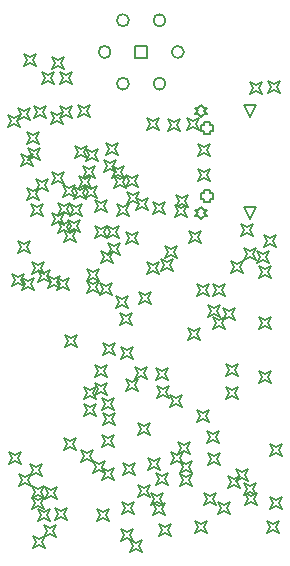
<source format=gbr>
%TF.GenerationSoftware,Altium Limited,Altium Designer,19.0.4 (130)*%
G04 Layer_Color=2752767*
%FSLAX26Y26*%
%MOIN*%
%TF.FileFunction,Drawing*%
%TF.Part,Single*%
G01*
G75*
%TA.AperFunction,NonConductor*%
%ADD93C,0.005000*%
%ADD104C,0.006667*%
D93*
X3650000Y2770000D02*
Y2810000D01*
X3690000D01*
Y2770000D01*
X3650000D01*
X4033865Y2573080D02*
X4013865Y2613080D01*
X4053865D01*
X4033865Y2573080D01*
X3869305D02*
X3879305Y2583080D01*
X3889305D01*
X3879305Y2593080D01*
X3889305Y2603080D01*
X3879305D01*
X3869305Y2613080D01*
X3859305Y2603080D01*
X3849305D01*
X3859305Y2593080D01*
X3849305Y2583080D01*
X3859305D01*
X3869305Y2573080D01*
Y2232920D02*
X3879305Y2242920D01*
X3889305D01*
X3879305Y2252920D01*
X3889305Y2262920D01*
X3879305D01*
X3869305Y2272920D01*
X3859305Y2262920D01*
X3849305D01*
X3859305Y2252920D01*
X3849305Y2242920D01*
X3859305D01*
X3869305Y2232920D01*
X4033865D02*
X4013865Y2272920D01*
X4053865D01*
X4033865Y2232920D01*
X3942500Y1898000D02*
X3952500Y1918000D01*
X3942500Y1938000D01*
X3962500Y1928000D01*
X3982500Y1938000D01*
X3972500Y1918000D01*
X3982500Y1898000D01*
X3962500Y1908000D01*
X3942500Y1898000D01*
X4101053Y1443447D02*
X4111053Y1463447D01*
X4101053Y1483447D01*
X4121053Y1473447D01*
X4141053Y1483447D01*
X4131053Y1463447D01*
X4141053Y1443447D01*
X4121053Y1453447D01*
X4101053Y1443447D01*
X3954088Y1708500D02*
X3964088Y1728500D01*
X3954088Y1748500D01*
X3974088Y1738500D01*
X3994088Y1748500D01*
X3984088Y1728500D01*
X3994088Y1708500D01*
X3974088Y1718500D01*
X3954088Y1708500D01*
Y1634000D02*
X3964088Y1654000D01*
X3954088Y1674000D01*
X3974088Y1664000D01*
X3994088Y1674000D01*
X3984088Y1654000D01*
X3994088Y1634000D01*
X3974088Y1644000D01*
X3954088Y1634000D01*
X3288000Y2484000D02*
X3298000Y2504000D01*
X3288000Y2524000D01*
X3308000Y2514000D01*
X3328000Y2524000D01*
X3318000Y2504000D01*
X3328000Y2484000D01*
X3308000Y2494000D01*
X3288000Y2484000D01*
X3607000Y1249000D02*
X3617000Y1269000D01*
X3607000Y1289000D01*
X3627000Y1279000D01*
X3647000Y1289000D01*
X3637000Y1269000D01*
X3647000Y1249000D01*
X3627000Y1259000D01*
X3607000Y1249000D01*
X3412000Y1463000D02*
X3422000Y1483000D01*
X3412000Y1503000D01*
X3432000Y1493000D01*
X3452000Y1503000D01*
X3442000Y1483000D01*
X3452000Y1463000D01*
X3432000Y1473000D01*
X3412000Y1463000D01*
X3621000Y1659000D02*
X3631000Y1679000D01*
X3621000Y1699000D01*
X3641000Y1689000D01*
X3661000Y1699000D01*
X3651000Y1679000D01*
X3661000Y1659000D01*
X3641000Y1669000D01*
X3621000Y1659000D01*
X3542000Y1779000D02*
X3552000Y1799000D01*
X3542000Y1819000D01*
X3562000Y1809000D01*
X3582000Y1819000D01*
X3572000Y1799000D01*
X3582000Y1779000D01*
X3562000Y1789000D01*
X3542000Y1779000D01*
X3767000Y1606000D02*
X3777000Y1626000D01*
X3767000Y1646000D01*
X3787000Y1636000D01*
X3807000Y1646000D01*
X3797000Y1626000D01*
X3807000Y1606000D01*
X3787000Y1616000D01*
X3767000Y1606000D01*
X3262000Y1343000D02*
X3272000Y1363000D01*
X3262000Y1383000D01*
X3282000Y1373000D01*
X3302000Y1383000D01*
X3292000Y1363000D01*
X3302000Y1343000D01*
X3282000Y1353000D01*
X3262000Y1343000D01*
X3894000Y1907000D02*
X3904000Y1927000D01*
X3894000Y1947000D01*
X3914000Y1937000D01*
X3934000Y1947000D01*
X3924000Y1927000D01*
X3934000Y1907000D01*
X3914000Y1917000D01*
X3894000Y1907000D01*
X3540000Y1473000D02*
X3550000Y1493000D01*
X3540000Y1513000D01*
X3560000Y1503000D01*
X3580000Y1513000D01*
X3570000Y1493000D01*
X3580000Y1473000D01*
X3560000Y1483000D01*
X3540000Y1473000D01*
X3480000Y1575000D02*
X3490000Y1595000D01*
X3480000Y1615000D01*
X3500000Y1605000D01*
X3520000Y1615000D01*
X3510000Y1595000D01*
X3520000Y1575000D01*
X3500000Y1585000D01*
X3480000Y1575000D01*
X3481000Y1634000D02*
X3491000Y1654000D01*
X3481000Y1674000D01*
X3501000Y1664000D01*
X3521000Y1674000D01*
X3511000Y1654000D01*
X3521000Y1634000D01*
X3501000Y1644000D01*
X3481000Y1634000D01*
X4089000Y1187000D02*
X4099000Y1207000D01*
X4089000Y1227000D01*
X4109000Y1217000D01*
X4129000Y1227000D01*
X4119000Y1207000D01*
X4129000Y1187000D01*
X4109000Y1197000D01*
X4089000Y1187000D01*
X4004000Y2175000D02*
X4014000Y2195000D01*
X4004000Y2215000D01*
X4024000Y2205000D01*
X4044000Y2215000D01*
X4034000Y2195000D01*
X4044000Y2175000D01*
X4024000Y2185000D01*
X4004000Y2175000D01*
X3225000Y2539000D02*
X3235000Y2559000D01*
X3225000Y2579000D01*
X3245000Y2569000D01*
X3265000Y2579000D01*
X3255000Y2559000D01*
X3265000Y2539000D01*
X3245000Y2549000D01*
X3225000Y2539000D01*
X3703000Y1281000D02*
X3713000Y1301000D01*
X3703000Y1321000D01*
X3723000Y1311000D01*
X3743000Y1321000D01*
X3733000Y1301000D01*
X3743000Y1281000D01*
X3723000Y1291000D01*
X3703000Y1281000D01*
X3600000Y1880126D02*
X3610000Y1900126D01*
X3600000Y1920126D01*
X3620000Y1910126D01*
X3640000Y1920126D01*
X3630000Y1900126D01*
X3640000Y1880126D01*
X3620000Y1890126D01*
X3600000Y1880126D01*
X3531858Y1981000D02*
X3541858Y2001000D01*
X3531858Y2021000D01*
X3551858Y2011000D01*
X3571858Y2021000D01*
X3561858Y2001000D01*
X3571858Y1981000D01*
X3551858Y1991000D01*
X3531858Y1981000D01*
X3719000Y1695000D02*
X3729000Y1715000D01*
X3719000Y1735000D01*
X3739000Y1725000D01*
X3759000Y1735000D01*
X3749000Y1715000D01*
X3759000Y1695000D01*
X3739000Y1705000D01*
X3719000Y1695000D01*
X3491000Y1988000D02*
X3501000Y2008000D01*
X3491000Y2028000D01*
X3511000Y2018000D01*
X3531000Y2028000D01*
X3521000Y2008000D01*
X3531000Y1988000D01*
X3511000Y1998000D01*
X3491000Y1988000D01*
X3415000Y1806000D02*
X3425000Y1826000D01*
X3415000Y1846000D01*
X3435000Y1836000D01*
X3455000Y1846000D01*
X3445000Y1826000D01*
X3455000Y1806000D01*
X3435000Y1816000D01*
X3415000Y1806000D01*
X3888000Y1487000D02*
X3898000Y1507000D01*
X3888000Y1527000D01*
X3908000Y1517000D01*
X3928000Y1527000D01*
X3918000Y1507000D01*
X3928000Y1487000D01*
X3908000Y1497000D01*
X3888000Y1487000D01*
X4061629Y1687000D02*
X4071629Y1707000D01*
X4061629Y1727000D01*
X4081629Y1717000D01*
X4101629Y1727000D01*
X4091629Y1707000D01*
X4101629Y1687000D01*
X4081629Y1697000D01*
X4061629Y1687000D01*
X3782000Y2239000D02*
X3792000Y2259000D01*
X3782000Y2279000D01*
X3802000Y2269000D01*
X3822000Y2279000D01*
X3812000Y2259000D01*
X3822000Y2239000D01*
X3802000Y2249000D01*
X3782000Y2239000D01*
X3651000Y1700000D02*
X3661000Y1720000D01*
X3651000Y1740000D01*
X3671000Y1730000D01*
X3691000Y1740000D01*
X3681000Y1720000D01*
X3691000Y1700000D01*
X3671000Y1710000D01*
X3651000Y1700000D01*
X3298000Y1376000D02*
X3308000Y1396000D01*
X3298000Y1416000D01*
X3318000Y1406000D01*
X3338000Y1416000D01*
X3328000Y1396000D01*
X3338000Y1376000D01*
X3318000Y1386000D01*
X3298000Y1376000D01*
X3770000Y1416000D02*
X3780000Y1436000D01*
X3770000Y1456000D01*
X3790000Y1446000D01*
X3810000Y1456000D01*
X3800000Y1436000D01*
X3810000Y1416000D01*
X3790000Y1426000D01*
X3770000Y1416000D01*
X3909000Y1866000D02*
X3919000Y1886000D01*
X3909000Y1906000D01*
X3929000Y1896000D01*
X3949000Y1906000D01*
X3939000Y1886000D01*
X3949000Y1866000D01*
X3929000Y1876000D01*
X3909000Y1866000D01*
X3855000Y1977000D02*
X3865000Y1997000D01*
X3855000Y2017000D01*
X3875000Y2007000D01*
X3895000Y2017000D01*
X3885000Y1997000D01*
X3895000Y1977000D01*
X3875000Y1987000D01*
X3855000Y1977000D01*
X3258000Y2121000D02*
X3268000Y2141000D01*
X3258000Y2161000D01*
X3278000Y2151000D01*
X3298000Y2161000D01*
X3288000Y2141000D01*
X3298000Y2121000D01*
X3278000Y2131000D01*
X3258000Y2121000D01*
X3383000Y1229000D02*
X3393000Y1249000D01*
X3383000Y1269000D01*
X3403000Y1259000D01*
X3423000Y1269000D01*
X3413000Y1249000D01*
X3423000Y1229000D01*
X3403000Y1239000D01*
X3383000Y1229000D01*
X3326000Y1225000D02*
X3336000Y1245000D01*
X3326000Y1265000D01*
X3346000Y1255000D01*
X3366000Y1265000D01*
X3356000Y1245000D01*
X3366000Y1225000D01*
X3346000Y1235000D01*
X3326000Y1225000D01*
X3722000Y1637000D02*
X3732000Y1657000D01*
X3722000Y1677000D01*
X3742000Y1667000D01*
X3762000Y1677000D01*
X3752000Y1657000D01*
X3762000Y1637000D01*
X3742000Y1647000D01*
X3722000Y1637000D01*
X3448000Y2438000D02*
X3458000Y2458000D01*
X3448000Y2478000D01*
X3468000Y2468000D01*
X3488000Y2478000D01*
X3478000Y2458000D01*
X3488000Y2438000D01*
X3468000Y2448000D01*
X3448000Y2438000D01*
X3759000Y2525000D02*
X3769000Y2545000D01*
X3759000Y2565000D01*
X3779000Y2555000D01*
X3799000Y2565000D01*
X3789000Y2545000D01*
X3799000Y2525000D01*
X3779000Y2535000D01*
X3759000Y2525000D01*
X3690333Y2530000D02*
X3700333Y2550000D01*
X3690333Y2570000D01*
X3710333Y2560000D01*
X3730333Y2570000D01*
X3720333Y2550000D01*
X3730333Y2530000D01*
X3710333Y2540000D01*
X3690333Y2530000D01*
X3824000D02*
X3834000Y2550000D01*
X3824000Y2570000D01*
X3844000Y2560000D01*
X3864000Y2570000D01*
X3854000Y2550000D01*
X3864000Y2530000D01*
X3844000Y2540000D01*
X3824000Y2530000D01*
X3559000Y2114000D02*
X3569000Y2134000D01*
X3559000Y2154000D01*
X3579000Y2144000D01*
X3599000Y2154000D01*
X3589000Y2134000D01*
X3599000Y2114000D01*
X3579000Y2124000D01*
X3559000Y2114000D01*
X3618684Y2151000D02*
X3628684Y2171000D01*
X3618684Y2191000D01*
X3638684Y2181000D01*
X3658684Y2191000D01*
X3648684Y2171000D01*
X3658684Y2151000D01*
X3638684Y2161000D01*
X3618684Y2151000D01*
X3735000Y2061000D02*
X3745000Y2081000D01*
X3735000Y2101000D01*
X3755000Y2091000D01*
X3775000Y2101000D01*
X3765000Y2081000D01*
X3775000Y2061000D01*
X3755000Y2071000D01*
X3735000Y2061000D01*
X3748000Y2102000D02*
X3758000Y2122000D01*
X3748000Y2142000D01*
X3768000Y2132000D01*
X3788000Y2142000D01*
X3778000Y2122000D01*
X3788000Y2102000D01*
X3768000Y2112000D01*
X3748000Y2102000D01*
X3690333Y2049367D02*
X3700333Y2069367D01*
X3690333Y2089367D01*
X3710333Y2079367D01*
X3730333Y2089367D01*
X3720333Y2069367D01*
X3730333Y2049367D01*
X3710333Y2059367D01*
X3690333Y2049367D01*
X3534950Y2085000D02*
X3544950Y2105000D01*
X3534950Y2125000D01*
X3554950Y2115000D01*
X3574950Y2125000D01*
X3564950Y2105000D01*
X3574950Y2085000D01*
X3554950Y2095000D01*
X3534950Y2085000D01*
X4078465Y2140000D02*
X4088465Y2160000D01*
X4078465Y2180000D01*
X4098465Y2170000D01*
X4118465Y2180000D01*
X4108465Y2160000D01*
X4118465Y2140000D01*
X4098465Y2150000D01*
X4078465Y2140000D01*
X3910957Y1976000D02*
X3920957Y1996000D01*
X3910957Y2016000D01*
X3930957Y2006000D01*
X3950957Y2016000D01*
X3940957Y1996000D01*
X3950957Y1976000D01*
X3930957Y1986000D01*
X3910957Y1976000D01*
X4014016Y2095000D02*
X4024016Y2115000D01*
X4014016Y2135000D01*
X4034016Y2125000D01*
X4054016Y2135000D01*
X4044016Y2115000D01*
X4054016Y2095000D01*
X4034016Y2105000D01*
X4014016Y2095000D01*
X3827000Y1830000D02*
X3837000Y1850000D01*
X3827000Y1870000D01*
X3847000Y1860000D01*
X3867000Y1870000D01*
X3857000Y1850000D01*
X3867000Y1830000D01*
X3847000Y1840000D01*
X3827000Y1830000D01*
X3662000Y1951000D02*
X3672000Y1971000D01*
X3662000Y1991000D01*
X3682000Y1981000D01*
X3702000Y1991000D01*
X3692000Y1971000D01*
X3702000Y1951000D01*
X3682000Y1961000D01*
X3662000Y1951000D01*
X3971000Y2052000D02*
X3981000Y2072000D01*
X3971000Y2092000D01*
X3991000Y2082000D01*
X4011000Y2092000D01*
X4001000Y2072000D01*
X4011000Y2052000D01*
X3991000Y2062000D01*
X3971000Y2052000D01*
X3604000Y1765000D02*
X3614000Y1785000D01*
X3604000Y1805000D01*
X3624000Y1795000D01*
X3644000Y1805000D01*
X3634000Y1785000D01*
X3644000Y1765000D01*
X3624000Y1775000D01*
X3604000Y1765000D01*
X3515000Y1708000D02*
X3525000Y1728000D01*
X3515000Y1748000D01*
X3535000Y1738000D01*
X3555000Y1748000D01*
X3545000Y1728000D01*
X3555000Y1708000D01*
X3535000Y1718000D01*
X3515000Y1708000D01*
Y1646000D02*
X3525000Y1666000D01*
X3515000Y1686000D01*
X3535000Y1676000D01*
X3555000Y1686000D01*
X3545000Y1666000D01*
X3555000Y1646000D01*
X3535000Y1656000D01*
X3515000Y1646000D01*
X3539000Y1598000D02*
X3549000Y1618000D01*
X3539000Y1638000D01*
X3559000Y1628000D01*
X3579000Y1638000D01*
X3569000Y1618000D01*
X3579000Y1598000D01*
X3559000Y1608000D01*
X3539000Y1598000D01*
X3894000Y1414000D02*
X3904000Y1434000D01*
X3894000Y1454000D01*
X3914000Y1444000D01*
X3934000Y1454000D01*
X3924000Y1434000D01*
X3934000Y1414000D01*
X3914000Y1424000D01*
X3894000Y1414000D01*
X3927000Y1251000D02*
X3937000Y1271000D01*
X3927000Y1291000D01*
X3947000Y1281000D01*
X3967000Y1291000D01*
X3957000Y1271000D01*
X3967000Y1251000D01*
X3947000Y1261000D01*
X3927000Y1251000D01*
X4012000Y1314000D02*
X4022000Y1334000D01*
X4012000Y1354000D01*
X4032000Y1344000D01*
X4052000Y1354000D01*
X4042000Y1334000D01*
X4052000Y1314000D01*
X4032000Y1324000D01*
X4012000Y1314000D01*
X4064000Y2038000D02*
X4074000Y2058000D01*
X4064000Y2078000D01*
X4084000Y2068000D01*
X4104000Y2078000D01*
X4094000Y2058000D01*
X4104000Y2038000D01*
X4084000Y2048000D01*
X4064000Y2038000D01*
X3720000Y1345000D02*
X3730000Y1365000D01*
X3720000Y1385000D01*
X3740000Y1375000D01*
X3760000Y1385000D01*
X3750000Y1365000D01*
X3760000Y1345000D01*
X3740000Y1355000D01*
X3720000Y1345000D01*
X3468000Y1422000D02*
X3478000Y1442000D01*
X3468000Y1462000D01*
X3488000Y1452000D01*
X3508000Y1462000D01*
X3498000Y1442000D01*
X3508000Y1422000D01*
X3488000Y1432000D01*
X3468000Y1422000D01*
X3659951Y1513494D02*
X3669951Y1533494D01*
X3659951Y1553494D01*
X3679951Y1543494D01*
X3699951Y1553494D01*
X3689951Y1533494D01*
X3699951Y1513494D01*
X3679951Y1523494D01*
X3659951Y1513494D01*
X4092000Y2652000D02*
X4102000Y2672000D01*
X4092000Y2692000D01*
X4112000Y2682000D01*
X4132000Y2692000D01*
X4122000Y2672000D01*
X4132000Y2652000D01*
X4112000Y2662000D01*
X4092000Y2652000D01*
X4055346Y2087000D02*
X4065346Y2107000D01*
X4055346Y2127000D01*
X4075346Y2117000D01*
X4095346Y2127000D01*
X4085346Y2107000D01*
X4095346Y2087000D01*
X4075346Y2097000D01*
X4055346Y2087000D01*
X3339000Y2682000D02*
X3349000Y2702000D01*
X3339000Y2722000D01*
X3359000Y2712000D01*
X3379000Y2722000D01*
X3369000Y2702000D01*
X3379000Y2682000D01*
X3359000Y2692000D01*
X3339000Y2682000D01*
X3400000Y2684000D02*
X3410000Y2704000D01*
X3400000Y2724000D01*
X3420000Y2714000D01*
X3440000Y2724000D01*
X3430000Y2704000D01*
X3440000Y2684000D01*
X3420000Y2694000D01*
X3400000Y2684000D01*
X3312000Y2570000D02*
X3322000Y2590000D01*
X3312000Y2610000D01*
X3332000Y2600000D01*
X3352000Y2610000D01*
X3342000Y2590000D01*
X3352000Y2570000D01*
X3332000Y2580000D01*
X3312000Y2570000D01*
X3280000Y2743000D02*
X3290000Y2763000D01*
X3280000Y2783000D01*
X3300000Y2773000D01*
X3320000Y2783000D01*
X3310000Y2763000D01*
X3320000Y2743000D01*
X3300000Y2753000D01*
X3280000Y2743000D01*
X3258000Y2562000D02*
X3268000Y2582000D01*
X3258000Y2602000D01*
X3278000Y2592000D01*
X3298000Y2602000D01*
X3288000Y2582000D01*
X3298000Y2562000D01*
X3278000Y2572000D01*
X3258000Y2562000D01*
X3708000Y2251000D02*
X3718000Y2271000D01*
X3708000Y2291000D01*
X3728000Y2281000D01*
X3748000Y2291000D01*
X3738000Y2271000D01*
X3748000Y2251000D01*
X3728000Y2261000D01*
X3708000Y2251000D01*
X3229000Y1416000D02*
X3239000Y1436000D01*
X3229000Y1456000D01*
X3249000Y1446000D01*
X3269000Y1456000D01*
X3259000Y1436000D01*
X3269000Y1416000D01*
X3249000Y1426000D01*
X3229000Y1416000D01*
X3708000Y1245000D02*
X3718000Y1265000D01*
X3708000Y1285000D01*
X3728000Y1275000D01*
X3748000Y1285000D01*
X3738000Y1265000D01*
X3748000Y1245000D01*
X3728000Y1255000D01*
X3708000Y1245000D01*
X3540000Y1362000D02*
X3550000Y1382000D01*
X3540000Y1402000D01*
X3560000Y1392000D01*
X3580000Y1402000D01*
X3570000Y1382000D01*
X3580000Y1362000D01*
X3560000Y1372000D01*
X3540000Y1362000D01*
X3318841Y2325000D02*
X3328841Y2345000D01*
X3318841Y2365000D01*
X3338841Y2355000D01*
X3358841Y2365000D01*
X3348841Y2345000D01*
X3358841Y2325000D01*
X3338841Y2335000D01*
X3318841Y2325000D01*
X3290000Y2297000D02*
X3300000Y2317000D01*
X3290000Y2337000D01*
X3310000Y2327000D01*
X3330000Y2337000D01*
X3320000Y2317000D01*
X3330000Y2297000D01*
X3310000Y2307000D01*
X3290000Y2297000D01*
X3515000Y2257295D02*
X3525000Y2277295D01*
X3515000Y2297295D01*
X3535000Y2287295D01*
X3555000Y2297295D01*
X3545000Y2277295D01*
X3555000Y2257295D01*
X3535000Y2267295D01*
X3515000Y2257295D01*
X3409000Y2308000D02*
X3419000Y2328000D01*
X3409000Y2348000D01*
X3429000Y2338000D01*
X3449000Y2348000D01*
X3439000Y2328000D01*
X3449000Y2308000D01*
X3429000Y2318000D01*
X3409000Y2308000D01*
X3371786Y2349000D02*
X3381786Y2369000D01*
X3371786Y2389000D01*
X3391786Y2379000D01*
X3411786Y2389000D01*
X3401786Y2369000D01*
X3411786Y2349000D01*
X3391786Y2359000D01*
X3371786Y2349000D01*
X3241000Y2010000D02*
X3251000Y2030000D01*
X3241000Y2050000D01*
X3261000Y2040000D01*
X3281000Y2050000D01*
X3271000Y2030000D01*
X3281000Y2010000D01*
X3261000Y2020000D01*
X3241000Y2010000D01*
X4064000Y1867000D02*
X4074000Y1887000D01*
X4064000Y1907000D01*
X4084000Y1897000D01*
X4104000Y1907000D01*
X4094000Y1887000D01*
X4104000Y1867000D01*
X4084000Y1877000D01*
X4064000Y1867000D01*
X3269000Y2411000D02*
X3279000Y2431000D01*
X3269000Y2451000D01*
X3289000Y2441000D01*
X3309000Y2451000D01*
X3299000Y2431000D01*
X3309000Y2411000D01*
X3289000Y2421000D01*
X3269000Y2411000D01*
X3482000Y2302000D02*
X3492000Y2322000D01*
X3482000Y2342000D01*
X3502000Y2332000D01*
X3522000Y2342000D01*
X3512000Y2322000D01*
X3522000Y2302000D01*
X3502000Y2312000D01*
X3482000Y2302000D01*
X4032000Y2651000D02*
X4042000Y2671000D01*
X4032000Y2691000D01*
X4052000Y2681000D01*
X4072000Y2691000D01*
X4062000Y2671000D01*
X4072000Y2651000D01*
X4052000Y2661000D01*
X4032000Y2651000D01*
X3859000Y2360000D02*
X3869000Y2380000D01*
X3859000Y2400000D01*
X3879000Y2390000D01*
X3899000Y2400000D01*
X3889000Y2380000D01*
X3899000Y2360000D01*
X3879000Y2370000D01*
X3859000Y2360000D01*
Y2444000D02*
X3869000Y2464000D01*
X3859000Y2484000D01*
X3879000Y2474000D01*
X3899000Y2484000D01*
X3889000Y2464000D01*
X3899000Y2444000D01*
X3879000Y2454000D01*
X3859000Y2444000D01*
X3787000Y2272000D02*
X3797000Y2292000D01*
X3787000Y2312000D01*
X3807000Y2302000D01*
X3827000Y2312000D01*
X3817000Y2292000D01*
X3827000Y2272000D01*
X3807000Y2282000D01*
X3787000Y2272000D01*
X3461000Y2572080D02*
X3471000Y2592080D01*
X3461000Y2612080D01*
X3481000Y2602080D01*
X3501000Y2612080D01*
X3491000Y2592080D01*
X3501000Y2572080D01*
X3481000Y2582080D01*
X3461000Y2572080D01*
X3372000Y2732000D02*
X3382000Y2752000D01*
X3372000Y2772000D01*
X3392000Y2762000D01*
X3412000Y2772000D01*
X3402000Y2752000D01*
X3412000Y2732000D01*
X3392000Y2742000D01*
X3372000Y2732000D01*
X3587000Y1936000D02*
X3597000Y1956000D01*
X3587000Y1976000D01*
X3607000Y1966000D01*
X3627000Y1976000D01*
X3617000Y1956000D01*
X3627000Y1936000D01*
X3607000Y1946000D01*
X3587000Y1936000D01*
X3293000Y2431000D02*
X3303000Y2451000D01*
X3293000Y2471000D01*
X3313000Y2461000D01*
X3333000Y2471000D01*
X3323000Y2451000D01*
X3333000Y2431000D01*
X3313000Y2441000D01*
X3293000Y2431000D01*
X3327000Y2022000D02*
X3337000Y2042000D01*
X3327000Y2062000D01*
X3347000Y2052000D01*
X3367000Y2062000D01*
X3357000Y2042000D01*
X3367000Y2022000D01*
X3347000Y2032000D01*
X3327000Y2022000D01*
X3305000Y2049000D02*
X3315000Y2069000D01*
X3305000Y2089000D01*
X3325000Y2079000D01*
X3345000Y2089000D01*
X3335000Y2069000D01*
X3345000Y2049000D01*
X3325000Y2059000D01*
X3305000Y2049000D01*
X3390091Y1996000D02*
X3400091Y2016000D01*
X3390091Y2036000D01*
X3410091Y2026000D01*
X3430091Y2036000D01*
X3420091Y2016000D01*
X3430091Y1996000D01*
X3410091Y2006000D01*
X3390091Y1996000D01*
X3358000Y2004000D02*
X3368000Y2024000D01*
X3358000Y2044000D01*
X3378000Y2034000D01*
X3398000Y2044000D01*
X3388000Y2024000D01*
X3398000Y2004000D01*
X3378000Y2014000D01*
X3358000Y2004000D01*
X3273000Y1997000D02*
X3283000Y2017000D01*
X3273000Y2037000D01*
X3293000Y2027000D01*
X3313000Y2037000D01*
X3303000Y2017000D01*
X3313000Y1997000D01*
X3293000Y2007000D01*
X3273000Y1997000D01*
X3414000Y2156000D02*
X3424000Y2176000D01*
X3414000Y2196000D01*
X3434000Y2186000D01*
X3454000Y2196000D01*
X3444000Y2176000D01*
X3454000Y2156000D01*
X3434000Y2166000D01*
X3414000Y2156000D01*
X3392000Y2185000D02*
X3402000Y2205000D01*
X3392000Y2225000D01*
X3412000Y2215000D01*
X3432000Y2225000D01*
X3422000Y2205000D01*
X3432000Y2185000D01*
X3412000Y2195000D01*
X3392000Y2185000D01*
X3371786Y2214000D02*
X3381786Y2234000D01*
X3371786Y2254000D01*
X3391786Y2244000D01*
X3411786Y2254000D01*
X3401786Y2234000D01*
X3411786Y2214000D01*
X3391786Y2224000D01*
X3371786Y2214000D01*
X3425000Y2190000D02*
X3435000Y2210000D01*
X3425000Y2230000D01*
X3445000Y2220000D01*
X3465000Y2230000D01*
X3455000Y2210000D01*
X3465000Y2190000D01*
X3445000Y2200000D01*
X3425000Y2190000D01*
X3393000Y2246000D02*
X3403000Y2266000D01*
X3393000Y2286000D01*
X3413000Y2276000D01*
X3433000Y2286000D01*
X3423000Y2266000D01*
X3433000Y2246000D01*
X3413000Y2256000D01*
X3393000Y2246000D01*
X3434000Y2243000D02*
X3444000Y2263000D01*
X3434000Y2283000D01*
X3454000Y2273000D01*
X3474000Y2283000D01*
X3464000Y2263000D01*
X3474000Y2243000D01*
X3454000Y2253000D01*
X3434000Y2243000D01*
X3302000D02*
X3312000Y2263000D01*
X3302000Y2283000D01*
X3322000Y2273000D01*
X3342000Y2283000D01*
X3332000Y2263000D01*
X3342000Y2243000D01*
X3322000Y2253000D01*
X3302000Y2243000D01*
X3489000Y2025489D02*
X3499000Y2045489D01*
X3489000Y2065489D01*
X3509000Y2055489D01*
X3529000Y2065489D01*
X3519000Y2045489D01*
X3529000Y2025489D01*
X3509000Y2035489D01*
X3489000Y2025489D01*
X3446000Y2299000D02*
X3456000Y2319000D01*
X3446000Y2339000D01*
X3466000Y2329000D01*
X3486000Y2339000D01*
X3476000Y2319000D01*
X3486000Y2299000D01*
X3466000Y2309000D01*
X3446000Y2299000D01*
X3464000Y2335102D02*
X3474000Y2355102D01*
X3464000Y2375102D01*
X3484000Y2365102D01*
X3504000Y2375102D01*
X3494000Y2355102D01*
X3504000Y2335102D01*
X3484000Y2345102D01*
X3464000Y2335102D01*
X3476000Y2370000D02*
X3486000Y2390000D01*
X3476000Y2410000D01*
X3496000Y2400000D01*
X3516000Y2410000D01*
X3506000Y2390000D01*
X3516000Y2370000D01*
X3496000Y2380000D01*
X3476000Y2370000D01*
X3485000Y2428000D02*
X3495000Y2448000D01*
X3485000Y2468000D01*
X3505000Y2458000D01*
X3525000Y2468000D01*
X3515000Y2448000D01*
X3525000Y2428000D01*
X3505000Y2438000D01*
X3485000Y2428000D01*
X3515000Y2169000D02*
X3525000Y2189000D01*
X3515000Y2209000D01*
X3535000Y2199000D01*
X3555000Y2209000D01*
X3545000Y2189000D01*
X3555000Y2169000D01*
X3535000Y2179000D01*
X3515000Y2169000D01*
X3556000Y2170000D02*
X3566000Y2190000D01*
X3556000Y2210000D01*
X3576000Y2200000D01*
X3596000Y2210000D01*
X3586000Y2190000D01*
X3596000Y2170000D01*
X3576000Y2180000D01*
X3556000Y2170000D01*
X3588000Y2243000D02*
X3598000Y2263000D01*
X3588000Y2283000D01*
X3608000Y2273000D01*
X3628000Y2283000D01*
X3618000Y2263000D01*
X3628000Y2243000D01*
X3608000Y2253000D01*
X3588000Y2243000D01*
X3830000Y2152000D02*
X3840000Y2172000D01*
X3830000Y2192000D01*
X3850000Y2182000D01*
X3870000Y2192000D01*
X3860000Y2172000D01*
X3870000Y2152000D01*
X3850000Y2162000D01*
X3830000Y2152000D01*
X3654000Y2262000D02*
X3664000Y2282000D01*
X3654000Y2302000D01*
X3674000Y2292000D01*
X3694000Y2302000D01*
X3684000Y2282000D01*
X3694000Y2262000D01*
X3674000Y2272000D01*
X3654000Y2262000D01*
X3624000Y2284000D02*
X3634000Y2304000D01*
X3624000Y2324000D01*
X3644000Y2314000D01*
X3664000Y2324000D01*
X3654000Y2304000D01*
X3664000Y2284000D01*
X3644000Y2294000D01*
X3624000Y2284000D01*
X3855000Y1555000D02*
X3865000Y1575000D01*
X3855000Y1595000D01*
X3875000Y1585000D01*
X3895000Y1595000D01*
X3885000Y1575000D01*
X3895000Y1555000D01*
X3875000Y1565000D01*
X3855000Y1555000D01*
X3620000Y2340000D02*
X3630000Y2360000D01*
X3620000Y2380000D01*
X3640000Y2370000D01*
X3660000Y2380000D01*
X3650000Y2360000D01*
X3660000Y2340000D01*
X3640000Y2350000D01*
X3620000Y2340000D01*
X3579000Y2335102D02*
X3589000Y2355102D01*
X3579000Y2375102D01*
X3599000Y2365102D01*
X3619000Y2375102D01*
X3609000Y2355102D01*
X3619000Y2335102D01*
X3599000Y2345102D01*
X3579000Y2335102D01*
X3572874Y2369000D02*
X3582874Y2389000D01*
X3572874Y2409000D01*
X3592874Y2399000D01*
X3612874Y2409000D01*
X3602874Y2389000D01*
X3612874Y2369000D01*
X3592874Y2379000D01*
X3572874Y2369000D01*
X3547441Y2390000D02*
X3557441Y2410000D01*
X3547441Y2430000D01*
X3567441Y2420000D01*
X3587441Y2430000D01*
X3577441Y2410000D01*
X3587441Y2390000D01*
X3567441Y2400000D01*
X3547441Y2390000D01*
X3552000Y2447000D02*
X3562000Y2467000D01*
X3552000Y2487000D01*
X3572000Y2477000D01*
X3592000Y2487000D01*
X3582000Y2467000D01*
X3592000Y2447000D01*
X3572000Y2457000D01*
X3552000Y2447000D01*
X3369000Y2549000D02*
X3379000Y2569000D01*
X3369000Y2589000D01*
X3389000Y2579000D01*
X3409000Y2589000D01*
X3399000Y2569000D01*
X3409000Y2549000D01*
X3389000Y2559000D01*
X3369000Y2549000D01*
X3401000Y2569000D02*
X3411000Y2589000D01*
X3401000Y2609000D01*
X3421000Y2599000D01*
X3441000Y2609000D01*
X3431000Y2589000D01*
X3441000Y2569000D01*
X3421000Y2579000D01*
X3401000Y2569000D01*
X3521890Y1225000D02*
X3531890Y1245000D01*
X3521890Y1265000D01*
X3541890Y1255000D01*
X3561890Y1265000D01*
X3551890Y1245000D01*
X3561890Y1225000D01*
X3541890Y1235000D01*
X3521890Y1225000D01*
X4099000Y1265000D02*
X4109000Y1285000D01*
X4099000Y1305000D01*
X4119000Y1295000D01*
X4139000Y1305000D01*
X4129000Y1285000D01*
X4139000Y1265000D01*
X4119000Y1275000D01*
X4099000Y1265000D01*
X3849305Y1186000D02*
X3859305Y1206000D01*
X3849305Y1226000D01*
X3869305Y1216000D01*
X3889305Y1226000D01*
X3879305Y1206000D01*
X3889305Y1186000D01*
X3869305Y1196000D01*
X3849305Y1186000D01*
X3349000Y1299000D02*
X3359000Y1319000D01*
X3349000Y1339000D01*
X3369000Y1329000D01*
X3389000Y1339000D01*
X3379000Y1319000D01*
X3389000Y1299000D01*
X3369000Y1309000D01*
X3349000Y1299000D01*
X3961000Y1336000D02*
X3971000Y1356000D01*
X3961000Y1376000D01*
X3981000Y1366000D01*
X4001000Y1376000D01*
X3991000Y1356000D01*
X4001000Y1336000D01*
X3981000Y1346000D01*
X3961000Y1336000D01*
X3632000Y1124000D02*
X3642000Y1144000D01*
X3632000Y1164000D01*
X3652000Y1154000D01*
X3672000Y1164000D01*
X3662000Y1144000D01*
X3672000Y1124000D01*
X3652000Y1134000D01*
X3632000Y1124000D01*
X3308000Y1137000D02*
X3318000Y1157000D01*
X3308000Y1177000D01*
X3328000Y1167000D01*
X3348000Y1177000D01*
X3338000Y1157000D01*
X3348000Y1137000D01*
X3328000Y1147000D01*
X3308000Y1137000D01*
X3305000Y1302000D02*
X3315000Y1322000D01*
X3305000Y1342000D01*
X3325000Y1332000D01*
X3345000Y1342000D01*
X3335000Y1322000D01*
X3345000Y1302000D01*
X3325000Y1312000D01*
X3305000Y1302000D01*
X3728000Y1176000D02*
X3738000Y1196000D01*
X3728000Y1216000D01*
X3748000Y1206000D01*
X3768000Y1216000D01*
X3758000Y1196000D01*
X3768000Y1176000D01*
X3748000Y1186000D01*
X3728000Y1176000D01*
X3798000Y1387000D02*
X3808000Y1407000D01*
X3798000Y1427000D01*
X3818000Y1417000D01*
X3838000Y1427000D01*
X3828000Y1407000D01*
X3838000Y1387000D01*
X3818000Y1397000D01*
X3798000Y1387000D01*
X3691910Y1398000D02*
X3701910Y1418000D01*
X3691910Y1438000D01*
X3711910Y1428000D01*
X3731910Y1438000D01*
X3721910Y1418000D01*
X3731910Y1398000D01*
X3711910Y1408000D01*
X3691910Y1398000D01*
X3660008Y1308000D02*
X3670008Y1328000D01*
X3660008Y1348000D01*
X3680008Y1338000D01*
X3700008Y1348000D01*
X3690008Y1328000D01*
X3700008Y1308000D01*
X3680008Y1318000D01*
X3660008Y1308000D01*
X3610000Y1379000D02*
X3620000Y1399000D01*
X3610000Y1419000D01*
X3630000Y1409000D01*
X3650000Y1419000D01*
X3640000Y1399000D01*
X3650000Y1379000D01*
X3630000Y1389000D01*
X3610000Y1379000D01*
X3604000Y1161063D02*
X3614000Y1181063D01*
X3604000Y1201063D01*
X3624000Y1191063D01*
X3644000Y1201063D01*
X3634000Y1181063D01*
X3644000Y1161063D01*
X3624000Y1171063D01*
X3604000Y1161063D01*
X3543000Y1545000D02*
X3553000Y1565000D01*
X3543000Y1585000D01*
X3563000Y1575000D01*
X3583000Y1585000D01*
X3573000Y1565000D01*
X3583000Y1545000D01*
X3563000Y1555000D01*
X3543000Y1545000D01*
X3510000Y1388000D02*
X3520000Y1408000D01*
X3510000Y1428000D01*
X3530000Y1418000D01*
X3550000Y1428000D01*
X3540000Y1408000D01*
X3550000Y1388000D01*
X3530000Y1398000D01*
X3510000Y1388000D01*
X3305000Y1268000D02*
X3315000Y1288000D01*
X3305000Y1308000D01*
X3325000Y1298000D01*
X3345000Y1308000D01*
X3335000Y1288000D01*
X3345000Y1268000D01*
X3325000Y1278000D01*
X3305000Y1268000D01*
X3346000Y1173000D02*
X3356000Y1193000D01*
X3346000Y1213000D01*
X3366000Y1203000D01*
X3386000Y1213000D01*
X3376000Y1193000D01*
X3386000Y1173000D01*
X3366000Y1183000D01*
X3346000Y1173000D01*
X3798000Y1344000D02*
X3808000Y1364000D01*
X3798000Y1384000D01*
X3818000Y1374000D01*
X3838000Y1384000D01*
X3828000Y1364000D01*
X3838000Y1344000D01*
X3818000Y1354000D01*
X3798000Y1344000D01*
X3794000Y1449000D02*
X3804000Y1469000D01*
X3794000Y1489000D01*
X3814000Y1479000D01*
X3834000Y1489000D01*
X3824000Y1469000D01*
X3834000Y1449000D01*
X3814000Y1459000D01*
X3794000Y1449000D01*
X3878000Y1281000D02*
X3888000Y1301000D01*
X3878000Y1321000D01*
X3898000Y1311000D01*
X3918000Y1321000D01*
X3908000Y1301000D01*
X3918000Y1281000D01*
X3898000Y1291000D01*
X3878000Y1281000D01*
X3984489Y1360000D02*
X3994489Y1380000D01*
X3984489Y1400000D01*
X4004489Y1390000D01*
X4024489Y1400000D01*
X4014489Y1380000D01*
X4024489Y1360000D01*
X4004489Y1370000D01*
X3984489Y1360000D01*
X4016000Y1279000D02*
X4026000Y1299000D01*
X4016000Y1319000D01*
X4036000Y1309000D01*
X4056000Y1319000D01*
X4046000Y1299000D01*
X4056000Y1279000D01*
X4036000Y1289000D01*
X4016000Y1279000D01*
X3878985Y2526780D02*
Y2516780D01*
X3898985D01*
Y2526780D01*
X3908985D01*
Y2546780D01*
X3898985D01*
Y2556780D01*
X3878985D01*
Y2546780D01*
X3868985D01*
Y2526780D01*
X3878985D01*
Y2299220D02*
Y2289220D01*
X3898985D01*
Y2299220D01*
X3908985D01*
Y2319220D01*
X3898985D01*
Y2329220D01*
X3878985D01*
Y2319220D01*
X3868985D01*
Y2299220D01*
X3878985D01*
D104*
X3629000Y2895655D02*
G03*
X3629000Y2895655I-20000J0D01*
G01*
X3751000D02*
G03*
X3751000Y2895655I-20000J0D01*
G01*
X3812000Y2790000D02*
G03*
X3812000Y2790000I-20000J0D01*
G01*
X3751000Y2684345D02*
G03*
X3751000Y2684345I-20000J0D01*
G01*
X3629000D02*
G03*
X3629000Y2684345I-20000J0D01*
G01*
X3568000Y2790000D02*
G03*
X3568000Y2790000I-20000J0D01*
G01*
%TF.MD5,448303c44c7af2907e5174a58b6a3d54*%
M02*

</source>
